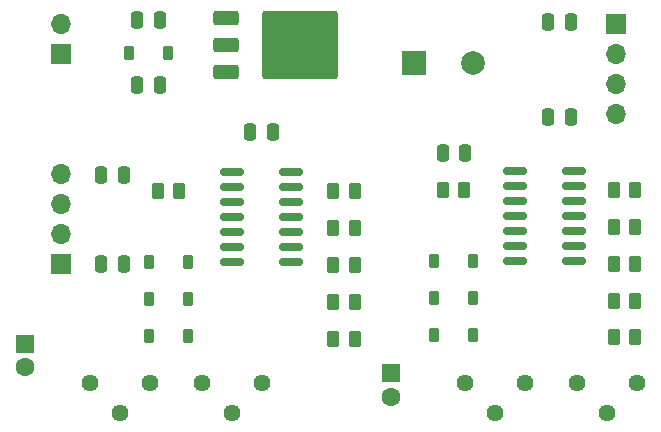
<source format=gbr>
%TF.GenerationSoftware,KiCad,Pcbnew,8.0.8*%
%TF.CreationDate,2025-01-26T19:39:00-06:00*%
%TF.ProjectId,peak-read-amp,7065616b-2d72-4656-9164-2d616d702e6b,rev?*%
%TF.SameCoordinates,Original*%
%TF.FileFunction,Soldermask,Top*%
%TF.FilePolarity,Negative*%
%FSLAX46Y46*%
G04 Gerber Fmt 4.6, Leading zero omitted, Abs format (unit mm)*
G04 Created by KiCad (PCBNEW 8.0.8) date 2025-01-26 19:39:00*
%MOMM*%
%LPD*%
G01*
G04 APERTURE LIST*
G04 Aperture macros list*
%AMRoundRect*
0 Rectangle with rounded corners*
0 $1 Rounding radius*
0 $2 $3 $4 $5 $6 $7 $8 $9 X,Y pos of 4 corners*
0 Add a 4 corners polygon primitive as box body*
4,1,4,$2,$3,$4,$5,$6,$7,$8,$9,$2,$3,0*
0 Add four circle primitives for the rounded corners*
1,1,$1+$1,$2,$3*
1,1,$1+$1,$4,$5*
1,1,$1+$1,$6,$7*
1,1,$1+$1,$8,$9*
0 Add four rect primitives between the rounded corners*
20,1,$1+$1,$2,$3,$4,$5,0*
20,1,$1+$1,$4,$5,$6,$7,0*
20,1,$1+$1,$6,$7,$8,$9,0*
20,1,$1+$1,$8,$9,$2,$3,0*%
G04 Aperture macros list end*
%ADD10RoundRect,0.250000X-0.262500X-0.450000X0.262500X-0.450000X0.262500X0.450000X-0.262500X0.450000X0*%
%ADD11R,2.000000X2.000000*%
%ADD12C,2.000000*%
%ADD13C,1.440000*%
%ADD14RoundRect,0.250000X0.250000X0.475000X-0.250000X0.475000X-0.250000X-0.475000X0.250000X-0.475000X0*%
%ADD15RoundRect,0.225000X-0.225000X-0.375000X0.225000X-0.375000X0.225000X0.375000X-0.225000X0.375000X0*%
%ADD16RoundRect,0.250000X-0.250000X-0.475000X0.250000X-0.475000X0.250000X0.475000X-0.250000X0.475000X0*%
%ADD17RoundRect,0.250000X0.262500X0.450000X-0.262500X0.450000X-0.262500X-0.450000X0.262500X-0.450000X0*%
%ADD18R,1.600000X1.600000*%
%ADD19C,1.600000*%
%ADD20R,1.700000X1.700000*%
%ADD21O,1.700000X1.700000*%
%ADD22RoundRect,0.150000X-0.825000X-0.150000X0.825000X-0.150000X0.825000X0.150000X-0.825000X0.150000X0*%
%ADD23RoundRect,0.225000X0.225000X0.375000X-0.225000X0.375000X-0.225000X-0.375000X0.225000X-0.375000X0*%
%ADD24RoundRect,0.250000X-0.850000X-0.350000X0.850000X-0.350000X0.850000X0.350000X-0.850000X0.350000X0*%
%ADD25RoundRect,0.249997X-2.950003X-2.650003X2.950003X-2.650003X2.950003X2.650003X-2.950003X2.650003X0*%
G04 APERTURE END LIST*
D10*
%TO.C,R8*%
X109337500Y-129100000D03*
X111162500Y-129100000D03*
%TD*%
%TO.C,R5*%
X133087500Y-122750000D03*
X134912500Y-122750000D03*
%TD*%
D11*
%TO.C,C2*%
X116132323Y-112000000D03*
D12*
X121132323Y-112000000D03*
%TD*%
D13*
%TO.C,RV1*%
X125590000Y-139125000D03*
X123050000Y-141665000D03*
X120510000Y-139125000D03*
%TD*%
%TO.C,RV2*%
X135080000Y-139125000D03*
X132540000Y-141665000D03*
X130000000Y-139125000D03*
%TD*%
D14*
%TO.C,C3*%
X94647500Y-113897500D03*
X92747500Y-113897500D03*
%TD*%
D15*
%TO.C,D4*%
X93745000Y-128900000D03*
X97045000Y-128900000D03*
%TD*%
D13*
%TO.C,RV3*%
X93800000Y-139125000D03*
X91260000Y-141665000D03*
X88720000Y-139125000D03*
%TD*%
D10*
%TO.C,R11*%
X109337500Y-122850000D03*
X111162500Y-122850000D03*
%TD*%
%TO.C,R2*%
X133087500Y-129000000D03*
X134912500Y-129000000D03*
%TD*%
D15*
%TO.C,D6*%
X93745000Y-135150000D03*
X97045000Y-135150000D03*
%TD*%
D16*
%TO.C,C4*%
X89675000Y-129000000D03*
X91575000Y-129000000D03*
%TD*%
D13*
%TO.C,RV4*%
X103300000Y-139125000D03*
X100760000Y-141665000D03*
X98220000Y-139125000D03*
%TD*%
D16*
%TO.C,C8*%
X102300000Y-117850000D03*
X104200000Y-117850000D03*
%TD*%
D17*
%TO.C,R12*%
X111162500Y-125975000D03*
X109337500Y-125975000D03*
%TD*%
D10*
%TO.C,R3*%
X133087500Y-132125000D03*
X134912500Y-132125000D03*
%TD*%
D14*
%TO.C,C9*%
X120485000Y-119630000D03*
X118585000Y-119630000D03*
%TD*%
%TO.C,C10*%
X129450000Y-116580000D03*
X127550000Y-116580000D03*
%TD*%
D16*
%TO.C,C5*%
X89675000Y-121500000D03*
X91575000Y-121500000D03*
%TD*%
D18*
%TO.C,C7*%
X83250000Y-135794888D03*
D19*
X83250000Y-137794888D03*
%TD*%
D15*
%TO.C,D1*%
X117895000Y-128800000D03*
X121195000Y-128800000D03*
%TD*%
D20*
%TO.C,J1*%
X86250000Y-111290000D03*
D21*
X86250000Y-108750000D03*
%TD*%
D18*
%TO.C,C6*%
X114250000Y-138294888D03*
D19*
X114250000Y-140294888D03*
%TD*%
D22*
%TO.C,U2*%
X124760000Y-121130000D03*
X124760000Y-122400000D03*
X124760000Y-123670000D03*
X124760000Y-124940000D03*
X124760000Y-126210000D03*
X124760000Y-127480000D03*
X124760000Y-128750000D03*
X129710000Y-128750000D03*
X129710000Y-127480000D03*
X129710000Y-126210000D03*
X129710000Y-124940000D03*
X129710000Y-123670000D03*
X129710000Y-122400000D03*
X129710000Y-121130000D03*
%TD*%
D23*
%TO.C,D5*%
X97000000Y-132025000D03*
X93700000Y-132025000D03*
%TD*%
D17*
%TO.C,R6*%
X134912500Y-125875000D03*
X133087500Y-125875000D03*
%TD*%
D20*
%TO.C,J3*%
X133250000Y-108750000D03*
D21*
X133250000Y-111290000D03*
X133250000Y-113830000D03*
X133250000Y-116370000D03*
%TD*%
D23*
%TO.C,D2*%
X121150000Y-131925000D03*
X117850000Y-131925000D03*
%TD*%
D15*
%TO.C,D3*%
X117895000Y-135050000D03*
X121195000Y-135050000D03*
%TD*%
D20*
%TO.C,J2*%
X86250000Y-129040000D03*
D21*
X86250000Y-126500000D03*
X86250000Y-123960000D03*
X86250000Y-121420000D03*
%TD*%
D10*
%TO.C,R9*%
X109337500Y-135350000D03*
X111162500Y-135350000D03*
%TD*%
%TO.C,R4*%
X133087500Y-135250000D03*
X134912500Y-135250000D03*
%TD*%
D14*
%TO.C,C11*%
X129450000Y-108580000D03*
X127550000Y-108580000D03*
%TD*%
D10*
%TO.C,R10*%
X109337500Y-132225000D03*
X111162500Y-132225000D03*
%TD*%
D24*
%TO.C,U1*%
X100250000Y-108190000D03*
X100250000Y-110470000D03*
D25*
X106550000Y-110470000D03*
D24*
X100250000Y-112750000D03*
%TD*%
D14*
%TO.C,C1*%
X94647500Y-108397500D03*
X92747500Y-108397500D03*
%TD*%
D10*
%TO.C,R7*%
X94460000Y-122850000D03*
X96285000Y-122850000D03*
%TD*%
%TO.C,R1*%
X118610000Y-122750000D03*
X120435000Y-122750000D03*
%TD*%
D22*
%TO.C,U3*%
X100775000Y-121230000D03*
X100775000Y-122500000D03*
X100775000Y-123770000D03*
X100775000Y-125040000D03*
X100775000Y-126310000D03*
X100775000Y-127580000D03*
X100775000Y-128850000D03*
X105725000Y-128850000D03*
X105725000Y-127580000D03*
X105725000Y-126310000D03*
X105725000Y-125040000D03*
X105725000Y-123770000D03*
X105725000Y-122500000D03*
X105725000Y-121230000D03*
%TD*%
D23*
%TO.C,D7*%
X95325000Y-111147500D03*
X92025000Y-111147500D03*
%TD*%
M02*

</source>
